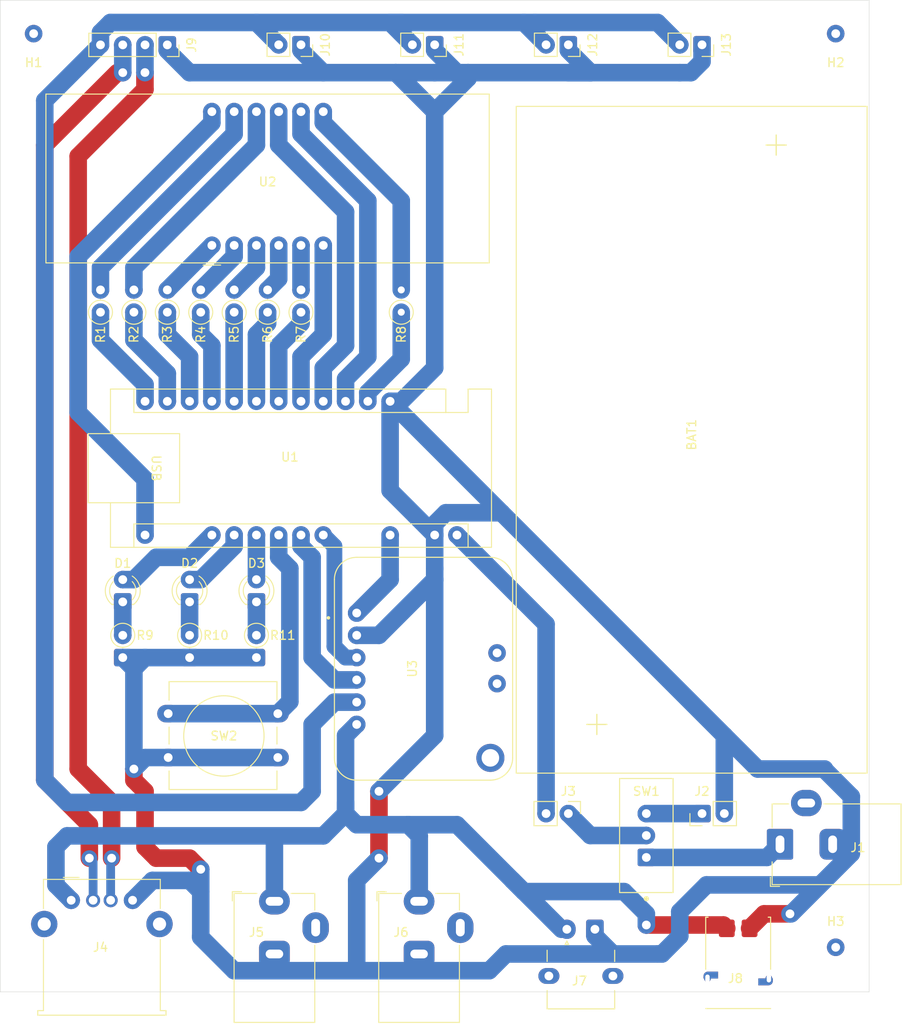
<source format=kicad_pcb>
(kicad_pcb (version 20241229) (generator "pcbnew") (generator_version "9.0")
  (layers (0 "F.Cu" signal) (2 "B.Cu" signal) (13 "F.Paste" user) (15 "B.Paste" user) (5 "F.SilkS" user "F.Silkscreen") (7 "B.SilkS" user "B.Silkscreen") (1 "F.Mask" user) (3 "B.Mask" user) (25 "Edge.Cuts" user))
  (net 0 "")
  (net 1 "I2C_SCL")
  (net 2 "PWR")
  (net 3 "DIG3")
  (net 4 "DIG4")
  (net 5 "Net-(D1-A)")
  (net 6 "I2C_SDA")
  (net 7 "GND")
  (net 8 "Net-(D2-A)")
  (net 9 "DIG1")
  (net 10 "Net-(D3-A)")
  (net 11 "Net-(U1-A3)")
  (net 12 "DIG2")
  (net 13 "5V")
  (net 14 "Net-(BAT1-+)")
  (net 15 "VIN+")
  (net 16 "VIN-")
  (net 17 "DATA1+")
  (net 18 "DATA1-")
  (net 19 "SEG_A")
  (net 20 "SEG_F")
  (net 21 "SEG_B")
  (net 22 "SEG_G")
  (net 23 "SEG_C")
  (net 24 "SEG_P")
  (net 25 "SEG_D")
  (net 26 "SEG_E")
  (net 27 "Net-(U2-a)")
  (net 28 "Net-(U2-b)")
  (net 29 "Net-(U2-c)")
  (net 30 "Net-(U2-d)")
  (net 31 "Net-(U2-e)")
  (net 32 "Net-(U2-f)")
  (net 33 "Net-(U2-g)")
  (net 34 "Net-(U2-DPX)")
  (net 37 "Net-(D1-K)")
  (net 38 "Net-(D2-K)")
  (net 39 "Net-(D3-K)")
  (net 40 "Net-(J1-Pad1)")
  (net 41 "Net-(J3-Pin_1)")
  (footprint "Custom:USB_B_Mini_OTG_THT_Molex_548190519" (layer "F.Cu") (at 161.12 139.192)
    (property "Reference" "J7" (at 1.44 5.61 0) (layer "F.SilkS"))
    (property "Value" "USB_B_Mini" (hide yes))
    (pad "1" thru_hole oval (at 0 -0.275) (size 2 2.2) (drill 1) (layers "*.Cu" "*.Mask") (net 15 "VIN+"))
    (pad "5" thru_hole roundrect (at 3.2 -0.275) (size 2 2.2) (drill 1) (layers "*.Cu" "*.Mask") (roundrect_rratio 0.1388888889) (net 7 "GND"))
    (pad "S1" thru_hole oval (at -2.05 5.05) (size 2.4 1.8) (drill 1) (layers "*.Cu" "*.Mask"))
    (pad "S2" thru_hole oval (at 5.25 5.05) (size 2.4 1.8) (drill 1) (layers "*.Cu" "*.Mask"))
  )
  (footprint "Connector_PinSocket_2.54mm:PinSocket_1x02_P2.54mm_Vertical" (layer "F.Cu") (at 176.53 38.1 -90)
    (property "Reference" "J13" (at 0 -2.77 90) (layer "F.SilkS"))
    (property "Value" "01x02" (hide yes))
    (pad "1" thru_hole roundrect (at 0 0 270) (size 2 2) (drill 1) (layers "*.Cu" "*.Mask") (roundrect_rratio 0.1388888889) (net 7 "GND"))
    (pad "2" thru_hole circle (at 0 2.54 270) (size 2 2) (drill 1) (layers "*.Cu" "*.Mask") (net 16 "VIN-"))
  )
  (footprint "Resistor_THT:R_Axial_DIN0207_L6.3mm_D2.5mm_P2.54mm_Vertical" (layer "F.Cu") (at 110.49 105.41 -90)
    (property "Reference" "R9" (at 0 -2.54 180) (layer "F.SilkS"))
    (property "Value" "R470" (hide yes))
    (pad "1" thru_hole circle (at 0 0 270) (size 2 2) (drill 1) (layers "*.Cu" "*.Mask") (net 37 "Net-(D1-K)"))
    (pad "2" thru_hole roundrect (at 2.54 0 270) (size 2 2) (drill 1) (layers "*.Cu" "*.Mask") (roundrect_rratio 0.1388888889) (net 7 "GND"))
  )
  (footprint "Resistor_THT:R_Axial_DIN0207_L6.3mm_D2.5mm_P2.54mm_Vertical" (layer "F.Cu") (at 125.73 105.41 -90)
    (property "Reference" "R11" (at 0 -3 180) (layer "F.SilkS"))
    (property "Value" "R470" (hide yes))
    (pad "1" thru_hole circle (at 0 0 270) (size 2 2) (drill 1) (layers "*.Cu" "*.Mask") (net 39 "Net-(D3-K)"))
    (pad "2" thru_hole roundrect (at 2.54 0 270) (size 2 2) (drill 1) (layers "*.Cu" "*.Mask") (roundrect_rratio 0.15625) (net 7 "GND"))
  )
  (footprint "Custom:BatteryHolder_18650_X2" (layer "F.Cu") (at 175.35 118.11 90)
    (property "Reference" "BAT1" (at 35.56 0 90) (layer "F.SilkS"))
    (property "Value" "BAT_18650")
    (fp_text user "+" (at 68.58 9.398 90) (layer "F.SilkS") (effects (font (size 3 3))))
    (fp_text user "+" (at 2.54 -11.049 90) (layer "F.SilkS") (effects (font (size 3 3))))
    (pad "" np_thru_hole circle (at 10.16 0 90) (size 3.2 3.2) (drill 3.2) (layers "*.Cu" "*.Mask"))
    (pad "" np_thru_hole circle (at 59.69 0 90) (size 3.2 3.2) (drill 3.2) (layers "*.Cu" "*.Mask"))
  )
  (footprint "Connector_PinSocket_2.54mm:PinSocket_1x04_P2.54mm_Vertical" (layer "F.Cu") (at 115.57 38.11 -90)
    (property "Reference" "J9" (at 0 -2.77 90) (layer "F.SilkS"))
    (property "Value" "01x04" (hide yes))
    (pad "1" thru_hole roundrect (at 0 0 270) (size 2 2) (drill 1) (layers "*.Cu" "*.Mask") (roundrect_rratio 0.1388888889) (net 7 "GND"))
    (pad "2" thru_hole circle (at 0 2.54 270) (size 2 2) (drill 1) (layers "*.Cu" "*.Mask") (net 17 "DATA1+"))
    (pad "3" thru_hole circle (at 0 5.08 270) (size 2 2) (drill 1) (layers "*.Cu" "*.Mask") (net 18 "DATA1-"))
    (pad "4" thru_hole circle (at 0 7.62 270) (size 2 2) (drill 1) (layers "*.Cu" "*.Mask") (net 16 "VIN-"))
  )
  (footprint "MountingHole:MountingHole_2mm" (layer "F.Cu") (at 191.77 140.97)
    (property "Reference" "H3" (at 0 -2.95 0) (layer "F.SilkS"))
    (property "Value" "MountingHole" (hide yes))
    (pad "" np_thru_hole circle (at 0 0) (size 2 2) (drill 1) (layers "*.Cu" "*.Mask"))
  )
  (footprint "Resistor_THT:R_Axial_DIN0207_L6.3mm_D2.5mm_P2.54mm_Vertical" (layer "F.Cu") (at 119.38 68.58 90)
    (property "Reference" "R4" (at -2.54 0 90) (layer "F.SilkS"))
    (property "Value" "R470" (hide yes))
    (pad "1" thru_hole circle (at 0 0 90) (size 2 2) (drill 1) (layers "*.Cu" "*.Mask") (net 25 "SEG_D"))
    (pad "2" thru_hole circle (at 2.54 0 90) (size 2 2) (drill 1) (layers "*.Cu" "*.Mask") (net 30 "Net-(U2-d)"))
  )
  (footprint "Button_Switch_THT:SW_PUSH-12mm_Wuerth-430476085716" (layer "F.Cu") (at 115.67 114.34)
    (property "Reference" "SW2" (at 6.35 2.54 0) (layer "F.SilkS"))
    (property "Value" "SW_Push" (hide yes))
    (pad "1" thru_hole oval (at 0 0) (size 2.5 2) (drill 1) (layers "*.Cu" "*.Mask") (net 11 "Net-(U1-A3)"))
    (pad "1" thru_hole oval (at 12.5 0) (size 2.5 2) (drill 1) (layers "*.Cu" "*.Mask") (net 11 "Net-(U1-A3)"))
    (pad "2" thru_hole oval (at 0 5) (size 2.5 2) (drill 1) (layers "*.Cu" "*.Mask") (net 7 "GND"))
    (pad "2" thru_hole oval (at 12.5 5) (size 2.5 2) (drill 1) (layers "*.Cu" "*.Mask") (net 7 "GND"))
  )
  (footprint "Custom:Switch_Slide_SPDT_Straight_TE_1825159_1" (layer "F.Cu") (at 170.18 128.23 90)
    (property "Reference" "SW1" (at 5.04 0 0) (layer "F.SilkS") (effects (font (size 1.000685 1.000685))))
    (property "Value" "SW_Slide" (hide yes))
    (pad "1" thru_hole roundrect (at -2.5 0 90) (size 2 2) (drill 1) (layers "*.Cu" "*.Mask") (roundrect_rratio 0.125) (net 40 "Net-(J1-Pad1)"))
    (pad "2" thru_hole circle (at 0 0 90) (size 2 2) (drill 1) (layers "*.Cu" "*.Mask") (net 41 "Net-(J3-Pin_1)"))
    (pad "3" thru_hole circle (at 2.5 0 90) (size 2 2) (drill 1) (layers "*.Cu" "*.Mask") (net 14 "Net-(BAT1-+)"))
  )
  (footprint "Custom:Arduino_Nano_v3" (layer "F.Cu") (at 148.59 78.74 -90)
    (property "Reference" "U1" (at 6.35 19.05 180) (layer "F.SilkS"))
    (property "Value" "Arduino_Nano_v3.x")
    (fp_text user "USB" (at 7.62 34.29 270) (layer "F.SilkS"))
    (pad "4" thru_hole circle (at 0 7.62 270) (size 2 2) (drill 1) (layers "*.Cu" "*.Mask") (net 7 "GND"))
    (pad "5" thru_hole circle (at 0 10.16 270) (size 2 2) (drill 1) (layers "*.Cu" "*.Mask") (net 20 "SEG_F"))
    (pad "6" thru_hole circle (at 0 12.7 270) (size 2 2) (drill 1) (layers "*.Cu" "*.Mask") (net 3 "DIG3"))
    (pad "7" thru_hole circle (at 0 15.24 270) (size 2 2) (drill 1) (layers "*.Cu" "*.Mask") (net 12 "DIG2"))
    (pad "8" thru_hole circle (at 0 17.78 270) (size 1.8 1.8) (drill 1) (layers "*.Cu" "*.Mask") (net 4 "DIG4"))
    (pad "9" thru_hole circle (at 0 20.32 270) (size 2 2) (drill 1) (layers "*.Cu" "*.Mask") (net 22 "SEG_G"))
    (pad "10" thru_hole circle (at 0 22.86 270) (size 1.8 1.8) (drill 1) (layers "*.Cu" "*.Mask") (net 23 "SEG_C"))
    (pad "11" thru_hole circle (at 0 25.4 270) (size 2 2) (drill 1) (layers "*.Cu" "*.Mask") (net 24 "SEG_P"))
    (pad "12" thru_hole circle (at 0 27.94 270) (size 2 2) (drill 1) (layers "*.Cu" "*.Mask") (net 25 "SEG_D"))
    (pad "13" thru_hole circle (at 0 30.48 270) (size 2 2) (drill 1) (layers "*.Cu" "*.Mask") (net 26 "SEG_E"))
    (pad "14" thru_hole circle (at 0 33.02 270) (size 2 2) (drill 1) (layers "*.Cu" "*.Mask") (net 21 "SEG_B"))
    (pad "15" thru_hole circle (at 0 35.56 270) (size 2 2) (drill 1) (layers "*.Cu" "*.Mask") (net 19 "SEG_A"))
    (pad "16" thru_hole circle (at 15.24 35.56 270) (size 2 2) (drill 1) (layers "*.Cu" "*.Mask") (net 9 "DIG1"))
    (pad "19" thru_hole circle (at 15.24 27.94 270) (size 2 2) (drill 1) (layers "*.Cu" "*.Mask") (net 5 "Net-(D1-A)"))
    (pad "20" thru_hole circle (at 15.24 25.4 270) (size 2 2) (drill 1) (layers "*.Cu" "*.Mask") (net 8 "Net-(D2-A)"))
    (pad "21" thru_hole circle (at 15.24 22.86 270) (size 2 2) (drill 1) (layers "*.Cu" "*.Mask") (net 10 "Net-(D3-A)"))
    (pad "22" thru_hole circle (at 15.24 20.32 270) (size 1.8 1.8) (drill 1) (layers "*.Cu" "*.Mask") (net 11 "Net-(U1-A3)"))
    (pad "23" thru_hole circle (at 15.24 17.78 270) (size 2 2) (drill 1) (layers "*.Cu" "*.Mask") (net 6 "I2C_SDA"))
    (pad "24" thru_hole circle (at 15.24 15.24 270) (size 2 2) (drill 1) (layers "*.Cu" "*.Mask") (net 1 "I2C_SCL"))
    (pad "27" thru_hole circle (at 15.24 7.62 270) (size 2 2) (drill 1) (layers "*.Cu" "*.Mask") (net 13 "5V"))
    (pad "29" thru_hole circle (at 15.24 2.54 270) (size 2 2) (drill 1) (layers "*.Cu" "*.Mask") (net 7 "GND"))
    (pad "30" thru_hole circle (at 15.24 0 270) (size 2 2) (drill 1) (layers "*.Cu" "*.Mask") (net 2 "PWR"))
  )
  (footprint "LED_THT:LED_D3.0mm" (layer "F.Cu") (at 125.73 101.6 90)
    (property "Reference" "D3" (at 4.4 0 0) (layer "F.SilkS"))
    (property "Value" "LED" (hide yes))
    (pad "1" thru_hole roundrect (at 0 0 90) (size 2 2) (drill 1) (layers "*.Cu" "*.Mask") (roundrect_rratio 0.1388888889) (net 39 "Net-(D3-K)"))
    (pad "2" thru_hole circle (at 2.54 0 90) (size 2 2) (drill 1) (layers "*.Cu" "*.Mask") (net 10 "Net-(D3-A)"))
  )
  (footprint "Resistor_THT:R_Axial_DIN0207_L6.3mm_D2.5mm_P2.54mm_Vertical" (layer "F.Cu") (at 111.76 68.58 90)
    (property "Reference" "R2" (at -2.54 0 90) (layer "F.SilkS"))
    (property "Value" "R470" (hide yes))
    (pad "1" thru_hole circle (at 0 0 90) (size 2 2) (drill 1) (layers "*.Cu" "*.Mask") (net 21 "SEG_B"))
    (pad "2" thru_hole circle (at 2.54 0 90) (size 2 2) (drill 1) (layers "*.Cu" "*.Mask") (net 32 "Net-(U2-f)"))
  )
  (footprint "Connector_PinSocket_2.54mm:PinSocket_1x02_P2.54mm_Vertical" (layer "F.Cu") (at 146.05 38.1 -90)
    (property "Reference" "J11" (at 0 -2.77 90) (layer "F.SilkS"))
    (property "Value" "01x02" (hide yes))
    (pad "1" thru_hole roundrect (at 0 0 270) (size 2 2) (drill 1) (layers "*.Cu" "*.Mask") (roundrect_rratio 0.1388888889) (net 7 "GND"))
    (pad "2" thru_hole circle (at 0 2.54 270) (size 2 2) (drill 1) (layers "*.Cu" "*.Mask") (net 16 "VIN-"))
  )
  (footprint "Custom:USB_B_Micro_THT_Amphenol_101181940011LF" (layer "F.Cu") (at 180.65 144.526)
    (property "Reference" "J8" (at -0.31 0 0) (layer "F.SilkS"))
    (property "Value" "USB_B_Micro" (hide yes))
    (pad "1" smd roundrect (at -1.3 -5.715) (size 1.8 2) (layers "F.Cu" "F.Mask" "F.Paste") (roundrect_rratio 0.1388888889) (net 15 "VIN+"))
    (pad "5" smd roundrect (at 1.3 -5.715) (size 1.8 2) (layers "F.Cu" "F.Mask" "F.Paste") (roundrect_rratio 0.1388888889) (net 7 "GND"))
    (pad "S2" thru_hole custom (at -3.5 0) (size 0.775 0.9) (drill oval 0.5 1.15) (layers "*.Cu") (options (clearance outline) (anchor circle)) (primitives (gr_poly (pts (xy -0.25 0) (xy -0.445 0) (xy -0.445 -0.275) (xy -0.444 -0.301) (xy -0.442 -0.327) (xy -0.439 -0.353) (xy -0.434 -0.379) (xy -0.428 -0.404) (xy -0.421 -0.43) (xy -0.412 -0.454) (xy -0.402 -0.478) (xy -0.391 -0.502) (xy -0.378 -0.525) (xy -0.364 -0.547) (xy -0.35 -0.569) (xy -0.334 -0.59) (xy -0.317 -0.61) (xy -0.299 -0.629) (xy -0.28 -0.647) (xy -0.26 -0.664) (xy -0.239 -0.68) (xy -0.217 -0.694) (xy -0.195 -0.708) (xy -0.172 -0.721) (xy -0.148 -0.732) (xy -0.124 -0.742) (xy -0.1 -0.751) (xy -0.074 -0.758) (xy -0.049 -0.764) (xy -0.023 -0.769) (xy 0.003 -0.772) (xy 0.029 -0.774) (xy 0.055 -0.775) (xy 1.2 -0.775) (xy 1.2 0) (xy 0.25 0) (xy 0.25 -0.013) (xy 0.249 -0.026) (xy 0.247 -0.039) (xy 0.245 -0.052) (xy 0.241 -0.065) (xy 0.238 -0.077) (xy 0.233 -0.09) (xy 0.228 -0.102) (xy 0.223 -0.113) (xy 0.217 -0.125) (xy 0.21 -0.136) (xy 0.202 -0.147) (xy 0.194 -0.157) (xy 0.186 -0.167) (xy 0.177 -0.177) (xy 0.167 -0.186) (xy 0.157 -0.194) (xy 0.147 -0.202) (xy 0.136 -0.21) (xy 0.125 -0.217) (xy 0.113 -0.223) (xy 0.102 -0.228) (xy 0.09 -0.233) (xy 0.077 -0.238) (xy 0.065 -0.241) (xy 0.052 -0.245) (xy 0.039 -0.247) (xy 0.026 -0.249) (xy 0.013 -0.25) (xy 0 -0.25) (xy -0.013 -0.25) (xy -0.026 -0.249) (xy -0.039 -0.247) (xy -0.052 -0.245) (xy -0.065 -0.241) (xy -0.077 -0.238) (xy -0.09 -0.233) (xy -0.102 -0.228) (xy -0.113 -0.223) (xy -0.125 -0.217) (xy -0.136 -0.21) (xy -0.147 -0.202) (xy -0.157 -0.194) (xy -0.167 -0.186) (xy -0.177 -0.177) (xy -0.186 -0.167) (xy -0.194 -0.157) (xy -0.202 -0.147) (xy -0.21 -0.136) (xy -0.217 -0.125) (xy -0.223 -0.113) (xy -0.228 -0.102) (xy -0.233 -0.09) (xy -0.238 -0.077) (xy -0.241 -0.065) (xy -0.245 -0.052) (xy -0.247 -0.039) (xy -0.249 -0.026) (xy -0.25 -0.013) (xy -0.25 0)) (width 0.01) (fill yes))))
    (pad "S5" thru_hole custom (at 3.5 0) (size 0.775 0.9) (drill oval 0.5 1.15) (layers "*.Cu") (options (clearance outline) (anchor circle)) (primitives (gr_poly (pts (xy 0.25 0) (xy 0.445 0) (xy 0.445 0.275) (xy 0.444 0.301) (xy 0.442 0.327) (xy 0.439 0.353) (xy 0.434 0.379) (xy 0.428 0.404) (xy 0.421 0.43) (xy 0.412 0.454) (xy 0.402 0.478) (xy 0.391 0.502) (xy 0.378 0.525) (xy 0.364 0.547) (xy 0.35 0.569) (xy 0.334 0.59) (xy 0.317 0.61) (xy 0.299 0.629) (xy 0.28 0.647) (xy 0.26 0.664) (xy 0.239 0.68) (xy 0.217 0.694) (xy 0.195 0.708) (xy 0.172 0.721) (xy 0.148 0.732) (xy 0.124 0.742) (xy 0.1 0.751) (xy 0.074 0.758) (xy 0.049 0.764) (xy 0.023 0.769) (xy -0.003 0.772) (xy -0.029 0.774) (xy -0.055 0.775) (xy -1.2 0.775) (xy -1.2 0) (xy -0.25 0) (xy -0.25 0.013) (xy -0.249 0.026) (xy -0.247 0.039) (xy -0.245 0.052) (xy -0.241 0.065) (xy -0.238 0.077) (xy -0.233 0.09) (xy -0.228 0.102) (xy -0.223 0.113) (xy -0.217 0.125) (xy -0.21 0.136) (xy -0.202 0.147) (xy -0.194 0.157) (xy -0.186 0.167) (xy -0.177 0.177) (xy -0.167 0.186) (xy -0.157 0.194) (xy -0.147 0.202) (xy -0.136 0.21) (xy -0.125 0.217) (xy -0.113 0.223) (xy -0.102 0.228) (xy -0.09 0.233) (xy -0.077 0.238) (xy -0.065 0.241) (xy -0.052 0.245) (xy -0.039 0.247) (xy -0.026 0.249) (xy -0.013 0.25) (xy 0 0.25) (xy 0.013 0.25) (xy 0.026 0.249) (xy 0.039 0.247) (xy 0.052 0.245) (xy 0.065 0.241) (xy 0.077 0.238) (xy 0.09 0.233) (xy 0.102 0.228) (xy 0.113 0.223) (xy 0.125 0.217) (xy 0.136 0.21) (xy 0.147 0.202) (xy 0.157 0.194) (xy 0.167 0.186) (xy 0.177 0.177) (xy 0.186 0.167) (xy 0.194 0.157) (xy 0.202 0.147) (xy 0.21 0.136) (xy 0.217 0.125) (xy 0.223 0.113) (xy 0.228 0.102) (xy 0.233 0.09) (xy 0.238 0.077) (xy 0.241 0.065) (xy 0.245 0.052) (xy 0.247 0.039) (xy 0.249 0.026) (xy 0.25 0.013) (xy 0.25 0)) (width 0.01) (fill yes))))
  )
  (footprint "Resistor_THT:R_Axial_DIN0207_L6.3mm_D2.5mm_P2.54mm_Vertical" (layer "F.Cu") (at 118.11 105.41 -90)
    (property "Reference" "R10" (at 0 -3 180) (layer "F.SilkS"))
    (property "Value" "R470" (hide yes))
    (pad "1" thru_hole circle (at 0 0 270) (size 2 2) (drill 1) (layers "*.Cu" "*.Mask") (net 38 "Net-(D2-K)"))
    (pad "2" thru_hole roundrect (at 2.54 0 270) (size 2 2) (drill 1) (layers "*.Cu" "*.Mask") (roundrect_rratio 0.15625) (net 7 "GND"))
  )
  (footprint "Custom:INA219_Module_Generic" (layer "F.Cu") (at 144.78 109.22 -90)
    (property "Reference" "U3" (at 0 1.27 90) (layer "F.SilkS"))
    (property "Value" "INA219_Module")
    (pad "1" thru_hole circle (at -6.35 7.62 270) (size 2 2) (drill 1) (layers "*.Cu" "*.Mask") (net 13 "5V"))
    (pad "2" thru_hole circle (at -3.81 7.62 270) (size 2 2) (drill 1) (layers "*.Cu" "*.Mask") (net 7 "GND"))
    (pad "3" thru_hole circle (at -1.27 7.62 270) (size 2 2) (drill 1) (layers "*.Cu" "*.Mask") (net 1 "I2C_SCL"))
    (pad "4" thru_hole circle (at 1.27 7.62 270) (size 2 2) (drill 1) (layers "*.Cu" "*.Mask") (net 6 "I2C_SDA"))
    (pad "5" thru_hole circle (at 3.81 7.62 270) (size 2 2) (drill 1) (layers "*.Cu" "*.Mask") (net 16 "VIN-"))
    (pad "6" thru_hole circle (at 6.35 7.62 270) (size 2 2) (drill 1) (layers "*.Cu" "*.Mask") (net 15 "VIN+"))
    (pad "7" thru_hole circle (at -1.8 -8.382 270) (size 2 2) (drill 1) (layers "*.Cu" "*.Mask"))
    (pad "8" thru_hole circle (at 1.7 -8.382 270) (size 2 2) (drill 1) (layers "*.Cu" "*.Mask"))
    (pad "SH2" thru_hole circle (at 10.16 -7.62 270) (size 3.2 3.2) (drill 2) (layers "*.Cu" "*.Mask"))
  )
  (footprint "Resistor_THT:R_Axial_DIN0207_L6.3mm_D2.5mm_P2.54mm_Vertical" (layer "F.Cu") (at 142.24 68.58 90)
    (property "Reference" "R8" (at -2.54 0 90) (layer "F.SilkS"))
    (property "Value" "R470" (hide yes))
    (pad "1" thru_hole circle (at 0 0 90) (size 1.6 1.6) (drill 0.8) (layers "*.Cu" "*.Mask") (net 20 "SEG_F"))
    (pad "2" thru_hole circle (at 2.54 0 90) (size 1.6 1.6) (drill 0.8) (layers "*.Cu" "*.Mask") (net 28 "Net-(U2-b)"))
  )
  (footprint "Connector_BarrelJack:BarrelJack_Horizontal" (layer "F.Cu") (at 144.272 135.732 90)
    (property "Reference" "J6" (at -3.53 -2.0525 180) (layer "F.SilkS"))
    (property "Value" "Jack_DC" (hide yes))
    (pad "1" thru_hole oval (at 0 0 90) (size 3 3.5) (drill oval 1 2) (layers "*.Cu" "*.Mask") (net 15 "VIN+"))
    (pad "2" thru_hole roundrect (at -6 0 90) (size 3 3.5) (drill oval 1 2) (layers "*.Cu" "*.Mask") (net 7 "GND"))
    (pad "3" thru_hole oval (at -3 4.7 90) (size 3.5 3) (drill oval 2 1) (layers "*.Cu" "*.Mask"))
  )
  (footprint "Connector_PinHeader_2.54mm:PinHeader_1x02_P2.54mm_Vertical" (layer "F.Cu") (at 161.29 125.73 -90)
    (property "Reference" "J3" (at -2.54 0 0) (layer "F.SilkS"))
    (property "Value" "PWR_BTN")
    (pad "1" thru_hole circle (at 0 0 270) (size 2 2) (drill 1) (layers "*.Cu" "*.Mask") (net 41 "Net-(J3-Pin_1)"))
    (pad "2" thru_hole circle (at 0 2.54 270) (size 2 2) (drill 1) (layers "*.Cu" "*.Mask") (net 2 "PWR"))
  )
  (footprint "Connector_USB:USB_A_Molex_67643_Horizontal" (layer "F.Cu") (at 104.61 135.61)
    (property "Reference" "J4" (at 3.34 5.36 0) (layer "F.SilkS"))
    (property "Value" "USB_A" (hide yes))
    (pad "1" thru_hole circle (at 0 0) (size 2 2) (drill 1) (layers "*.Cu" "*.Mask") (net 15 "VIN+"))
    (pad "2" thru_hole circle (at 2.5 0) (size 1.6 1.6) (drill 1) (layers "*.Cu" "*.Mask") (net 18 "DATA1-"))
    (pad "3" thru_hole circle (at 4.5 0) (size 1.6 1.6) (drill 1) (layers "*.Cu" "*.Mask") (net 17 "DATA1+"))
    (pad "4" thru_hole circle (at 7 0) (size 2 2) (drill 1) (layers "*.Cu" "*.Mask") (net 7 "GND"))
    (pad "5" thru_hole circle (at -3.07 2.71) (size 3 3) (drill 1.5) (layers "*.Cu" "*.Mask"))
    (pad "5" thru_hole circle (at 10.07 2.71) (size 3 3) (drill 1.5) (layers "*.Cu" "*.Mask"))
  )
  (footprint "Resistor_THT:R_Axial_DIN0207_L6.3mm_D2.5mm_P2.54mm_Vertical" (layer "F.Cu") (at 123.19 68.58 90)
    (property "Reference" "R5" (at -2.54 0 90) (layer "F.SilkS"))
    (property "Value" "R470" (hide yes))
    (pad "1" thru_hole circle (at 0 0 90) (size 2 2) (drill 1) (layers "*.Cu" "*.Mask") (net 24 "SEG_P"))
    (pad "2" thru_hole circle (at 2.54 0 90) (size 2 2) (drill 1) (layers "*.Cu" "*.Mask") (net 34 "Net-(U2-DPX)"))
  )
  (footprint "MountingHole:MountingHole_2mm" (layer "F.Cu") (at 100.33 36.83)
    (property "Reference" "H1" (at 0 3.3 0) (layer "F.SilkS"))
    (property "Value" "MountingHole" (hide yes))
    (pad "" np_thru_hole circle (at 0 0) (size 2 2) (drill 1) (layers "*.Cu" "*.Mask"))
  )
  (footprint "Connector_BarrelJack:BarrelJack_Horizontal" (layer "F.Cu") (at 127.7825 135.732 90)
    (property "Reference" "J5" (at -3.53 -2.0525 180) (layer "F.SilkS"))
    (property "Value" "Jack_DC" (hide yes))
    (pad "1" thru_hole oval (at 0 0 90) (size 3 3.5) (drill oval 1 2) (layers "*.Cu" "*.Mask") (net 15 "VIN+"))
    (pad "2" thru_hole roundrect (at -6 0 90) (size 3 3.5) (drill oval 1 2) (layers "*.Cu" "*.Mask") (net 7 "GND"))
    (pad "3" thru_hole oval (at -3 4.7 90) (size 3.5 3) (drill oval 2 1) (layers "*.Cu" "*.Mask"))
  )
  (footprint "Resistor_THT:R_Axial_DIN0207_L6.3mm_D2.5mm_P2.54mm_Vertical" (layer "F.Cu") (at 130.81 68.58 90)
    (property "Reference" "R7" (at -2.54 0 90) (layer "F.SilkS"))
    (property "Value" "R470" (hide yes))
    (pad "1" thru_hole circle (at 0 0 90) (size 2 2) (drill 1) (layers "*.Cu" "*.Mask") (net 22 "SEG_G"))
    (pad "2" thru_hole circle (at 2.54 0 90) (size 2 2) (drill 1) (layers "*.Cu" "*.Mask") (net 33 "Net-(U2-g)"))
  )
  (footprint "Connector_PinSocket_2.54mm:PinSocket_1x02_P2.54mm_Vertical" (layer "F.Cu") (at 161.29 38.1 -90)
    (property "Reference" "J12" (at 0 -2.77 90) (layer "F.SilkS"))
    (property "Value" "01x02" (hide yes))
    (pad "1" thru_hole roundrect (at 0 0 270) (size 2 2) (drill 1) (layers "*.Cu" "*.Mask") (roundrect_rratio 0.1470588235) (net 7 "GND"))
    (pad "2" thru_hole circle (at 0 2.54 270) (size 2 2) (drill 1) (layers "*.Cu" "*.Mask") (net 16 "VIN-"))
  )
  (footprint "Connector_PinSocket_2.54mm:PinSocket_1x02_P2.54mm_Vertical" (layer "F.Cu") (at 130.81 38.1 -90)
    (property "Reference" "J10" (at 0 -2.77 90) (layer "F.SilkS"))
    (property "Value" "01x02" (hide yes))
    (pad "1" thru_hole roundrect (at 0 0 270) (size 2 2) (drill 1) (layers "*.Cu" "*.Mask") (roundrect_rratio 0.125) (net 7 "GND"))
    (pad "2" thru_hole circle (at 0 2.54 270) (size 2 2) (drill 1) (layers "*.Cu" "*.Mask") (net 16 "VIN-"))
  )
  (footprint "Connector_BarrelJack:BarrelJack_Horizontal" (layer "F.Cu") (at 185.42 129.2275 180)
    (property "Reference" "J1" (at -8.89 -0.38 0) (layer "F.SilkS"))
    (property "Value" "Jack_DC" (hide yes))
    (pad "1" thru_hole roundrect (at 0 0 180) (size 3 3.5) (drill oval 1 2) (layers "*.Cu" "*.Mask") (roundrect_rratio 0.08333333333) (net 40 "Net-(J1-Pad1)"))
    (pad "2" thru_hole roundrect (at -6 0 180) (size 3 3.5) (drill oval 1 2) (layers "*.Cu" "*.Mask") (net 7 "GND"))
    (pad "3" thru_hole oval (at -3 4.7 180) (size 3.5 3) (drill oval 2 1) (layers "*.Cu" "*.Mask"))
  )
  (footprint "Connector_PinHeader_2.54mm:PinHeader_1x02_P2.54mm_Vertical" (layer "F.Cu") (at 176.53 125.73 90)
    (property "Reference" "J2" (at 2.54 0 0) (layer "F.SilkS"))
    (property "Value" "BAT_IN")
    (pad "1" thru_hole roundrect (at 0 0 90) (size 2 2) (drill 1) (layers "*.Cu" "*.Mask") (roundrect_rratio 0.1388888889) (net 14 "Net-(BAT1-+)"))
    (pad "2" thru_hole circle (at 0 2.54 90) (size 2 2) (drill 1) (layers "*.Cu" "*.Mask") (net 7 "GND"))
  )
  (footprint "Resistor_THT:R_Axial_DIN0207_L6.3mm_D2.5mm_P2.54mm_Vertical" (layer "F.Cu") (at 115.57 68.58 90)
    (property "Reference" "R3" (at -2.54 0 90) (layer "F.SilkS"))
    (property "Value" "R470" (hide yes))
    (pad "1" thru_hole circle (at 0 0 90) (size 2 2) (drill 1) (layers "*.Cu" "*.Mask") (net 26 "SEG_E"))
    (pad "2" thru_hole circle (at 2.54 0 90) (size 2 2) (drill 1) (layers "*.Cu" "*.Mask") (net 31 "Net-(U2-e)"))
  )
  (footprint "LED_THT:LED_D3.0mm" (layer "F.Cu") (at 110.49 101.6 90)
    (property "Reference" "D1" (at 4.4 0 0) (layer "F.SilkS"))
    (property "Value" "LED" (hide yes))
    (pad "1" thru_hole roundrect (at 0 0 90) (size 2 2) (drill 1) (layers "*.Cu" "*.Mask") (roundrect_rratio 0.1388888889) (net 37 "Net-(D1-K)"))
    (pad "2" thru_hole circle (at 2.54 0 90) (size 2 2) (drill 1) (layers "*.Cu" "*.Mask") (net 5 "Net-(D1-A)"))
  )
  (footprint "LED_THT:LED_D3.0mm" (layer "F.Cu") (at 118.11 101.6 90)
    (property "Reference" "D2" (at 4.4 0 0) (layer "F.SilkS"))
    (property "Value" "LED" (hide yes))
    (pad "1" thru_hole roundrect (at 0 0 90) (size 2 2) (drill 1) (layers "*.Cu" "*.Mask") (roundrect_rratio 0.1388888889) (net 38 "Net-(D2-K)"))
    (pad "2" thru_hole circle (at 2.54 0 90) (size 2 2) (drill 1) (layers "*.Cu" "*.Mask") (net 8 "Net-(D2-A)"))
  )
  (footprint "MountingHole:MountingHole_2mm" (layer "F.Cu") (at 191.77 36.83)
    (property "Reference" "H2" (at 0 3.3 0) (layer "F.SilkS"))
    (property "Value" "MountingHole" (hide yes))
    (pad "" np_thru_hole circle (at 0 0) (size 2 2) (drill 1) (layers "*.Cu" "*.Mask"))
  )
  (footprint "Resistor_THT:R_Axial_DIN0207_L6.3mm_D2.5mm_P2.54mm_Vertical" (layer "F.Cu") (at 107.95 68.58 90)
    (property "Reference" "R1" (at -2.54 0 90) (layer "F.SilkS"))
    (property "Value" "R470" (hide yes))
    (pad "1" thru_hole circle (at 0 0 90) (size 2 2) (drill 1) (layers "*.Cu" "*.Mask") (net 19 "SEG_A"))
    (pad "2" thru_hole circle (at 2.54 0 90) (size 2 2) (drill 1) (layers "*.Cu" "*.Mask") (net 27 "Net-(U2-a)"))
  )
  (footprint "Resistor_THT:R_Axial_DIN0207_L6.3mm_D2.5mm_P2.54mm_Vertical" (layer "F.Cu") (at 127 68.58 90)
    (property "Reference" "R6" (at -2.54 0 90) (layer "F.SilkS"))
    (property "Value" "R470" (hide yes))
    (pad "1" thru_hole circle (at 0 0 90) (size 2 2) (drill 1) (layers "*.Cu" "*.Mask") (net 23 "SEG_C"))
    (pad "2" thru_hole circle (at 2.54 0 90) (size 2 2) (drill 1) (layers "*.Cu" "*.Mask") (net 29 "Net-(U2-c)"))
  )
  (footprint "Display_7Segment:CA56-12CGKWA" (layer "F.Cu") (at 120.65 60.96 90)
    (property "Reference" "U2" (at 7.24 6.35 180) (layer "F.SilkS"))
    (property "Value" "Display_5641BS")
    (pad "1" thru_hole circle (at 0 0 90) (size 2 2) (drill 1) (layers "*.Cu" "*.Mask") (net 31 "Net-(U2-e)"))
    (pad "2" thru_hole circle (at 0 2.54 90) (size 2 2) (drill 1) (layers "*.Cu" "*.Mask") (net 30 "Net-(U2-d)"))
    (pad "3" thru_hole circle (at 0 5.08 90) (size 2 2) (drill 1) (layers "*.Cu" "*.Mask") (net 34 "Net-(U2-DPX)"))
    (pad "4" thru_hole circle (at 0 7.62 90) (size 2 2) (drill 1) (layers "*.Cu" "*.Mask") (net 29 "Net-(U2-c)"))
    (pad "5" thru_hole circle (at 0 10.16 90) (size 2 2) (drill 1) (layers "*.Cu" "*.Mask") (net 33 "Net-(U2-g)"))
    (pad "6" thru_hole circle (at 0 12.7 90) (size 2 2) (drill 1) (layers "*.Cu" "*.Mask") (net 4 "DIG4"))
    (pad "7" thru_hole circle (at 15.24 12.7 90) (size 2 2) (drill 1) (layers "*.Cu" "*.Mask") (net 28 "Net-(U2-b)"))
    (pad "8" thru_hole circle (at 15.24 10.16 90) (size 2 2) (drill 1) (layers "*.Cu" "*.Mask") (net 3 "DIG3"))
    (pad "9" thru_hole circle (at 15.24 7.62 90) (size 2 2) (drill 1) (layers "*.Cu" "*.Mask") (net 12 "DIG2"))
    (pad "10" thru_hole circle (at 15.24 5.08 90) (size 2 2) (drill 1) (layers "*.Cu" "*.Mask") (net 32 "Net-(U2-f)"))
    (pad "11" thru_hole circle (at 15.24 2.54 90) (size 2 2) (drill 1) (layers "*.Cu" "*.Mask") (net 27 "Net-(U2-a)"))
    (pad "12" thru_hole circle (at 15.24 0 90) (size 2 2) (drill 1) (layers "*.Cu" "*.Mask") (net 9 "DIG1"))
  )
  (gr_line (start 96.52 146.05) (end 195.58 146.05) (stroke (width 0.05)) (layer "Edge.Cuts"))
  (gr_line (start 195.58 146.05) (end 195.58 33.02) (stroke (width 0.05)) (layer "Edge.Cuts"))
  (gr_line (start 96.52 33.02) (end 96.52 146.05) (stroke (width 0.05)) (layer "Edge.Cuts"))
  (gr_line (start 195.58 33.02) (end 96.52 33.02) (stroke (width 0.05)) (layer "Edge.Cuts"))
  (segment (start 134.62 95.25) (end 134.62 106.682792) (width 1.8) (layer "B.Cu") (net 1))
  (segment (start 133.35 93.98) (end 134.62 95.25) (width 1.8) (layer "B.Cu") (net 1))
  (segment (start 134.62 106.682792) (end 135.887208 107.95) (width 1.8) (layer "B.Cu") (net 1))
  (segment (start 135.887208 107.95) (end 137.16 107.95) (width 1.8) (layer "B.Cu") (net 1))
  (segment (start 158.75 104.14) (end 148.59 93.98) (width 2) (layer "B.Cu") (net 2))
  (segment (start 158.75 125.73) (end 158.75 104.14) (width 2) (layer "B.Cu") (net 2))
  (segment (start 135.89 78.74) (end 135.89 76.2) (width 2) (layer "B.Cu") (net 3))
  (segment (start 138.43 73.66) (end 138.43 55.88) (width 2) (layer "B.Cu") (net 3))
  (segment (start 130.81 48.26) (end 130.81 45.72) (width 2) (layer "B.Cu") (net 3))
  (segment (start 138.43 55.88) (end 130.81 48.26) (width 2) (layer "B.Cu") (net 3))
  (segment (start 135.89 76.2) (end 138.43 73.66) (width 2) (layer "B.Cu") (net 3))
  (segment (start 133.35 71.12) (end 130.81 73.66) (width 2) (layer "B.Cu") (net 4))
  (segment (start 133.35 60.96) (end 133.35 71.12) (width 2) (layer "B.Cu") (net 4))
  (segment (start 130.81 73.66) (end 130.81 78.74) (width 2) (layer "B.Cu") (net 4))
  (segment (start 111.76 99.06) (end 110.49 99.06) (width 2) (layer "B.Cu") (net 5))
  (segment (start 114.3 96.52) (end 111.76 99.06) (width 2) (layer "B.Cu") (net 5))
  (segment (start 120.65 93.98) (end 118.11 96.52) (width 2) (layer "B.Cu") (net 5))
  (segment (start 118.11 96.52) (end 114.3 96.52) (width 2) (layer "B.Cu") (net 5))
  (segment (start 134.62 110.49) (end 137.16 110.49) (width 2) (layer "B.Cu") (net 6))
  (segment (start 132.08 96.52) (end 132.08 107.95) (width 2) (layer "B.Cu") (net 6))
  (segment (start 130.81 95.25) (end 132.08 96.52) (width 2) (layer "B.Cu") (net 6))
  (segment (start 130.81 93.98) (end 130.81 95.25) (width 2) (layer "B.Cu") (net 6))
  (segment (start 132.08 107.95) (end 134.62 110.49) (width 2) (layer "B.Cu") (net 6))
  (segment (start 113.03 123.19) (end 113.03 129.54) (width 2) (layer "F.Cu") (net 7))
  (segment (start 114.3 130.81) (end 118.11 130.81) (width 2) (layer "F.Cu") (net 7))
  (segment (start 139.7 123.19) (end 139.7 130.81) (width 2) (layer "F.Cu") (net 7))
  (segment (start 111.76 121.92) (end 113.03 123.19) (width 2) (layer "F.Cu") (net 7))
  (segment (start 186.555 137.16) (end 183.601 137.16) (width 2) (layer "F.Cu") (net 7))
  (segment (start 118.11 130.81) (end 119.38 132.08) (width 2) (layer "F.Cu") (net 7))
  (segment (start 113.03 129.54) (end 114.3 130.81) (width 2) (layer "F.Cu") (net 7))
  (segment (start 183.601 137.16) (end 181.95 138.811) (width 2) (layer "F.Cu") (net 7))
  (segment (start 111.76 120.65) (end 111.76 121.92) (width 2) (layer "F.Cu") (net 7))
  (via (at 111.76 120.65) (size 2) (drill 1) (layers "F.Cu" "B.Cu") (net 7))
  (via (at 186.555 137.16) (size 2) (drill 1) (layers "F.Cu" "B.Cu") (net 7))
  (via (at 139.7 123.19) (size 2) (drill 1) (layers "F.Cu" "B.Cu") (net 7))
  (via (at 139.7 130.81) (size 2) (drill 1) (layers "F.Cu" "B.Cu") (net 7))
  (via (at 119.38 132.08) (size 2) (drill 1) (layers "F.Cu" "B.Cu") (net 7))
  (segment (start 146.05 41.275) (end 148.59 41.275) (width 2) (layer "B.Cu") (net 7))
  (segment (start 182.88 120.65) (end 190.5 120.65) (width 2) (layer "B.Cu") (net 7))
  (segment (start 111.76 109.22) (end 111.76 120.65) (width 2) (layer "B.Cu") (net 7))
  (segment (start 147.32 91.44) (end 153.67 91.44) (width 2) (layer "B.Cu") (net 7))
  (segment (start 115.67 119.34) (end 113.07 119.34) (width 2) (layer "B.Cu") (net 7))
  (segment (start 123.19 143.637) (end 137.16 143.637) (width 2) (layer "B.Cu") (net 7))
  (segment (start 147.32 91.44) (end 146.05 92.71) (width 2) (layer "B.Cu") (net 7))
  (segment (start 137.16 133.35) (end 139.7 130.81) (width 2) (layer "B.Cu") (net 7))
  (segment (start 139.7 123.19) (end 146.05 116.84) (width 2) (layer "B.Cu") (net 7))
  (segment (start 171.45 141.732) (end 171.958 141.732) (width 2) (layer "B.Cu") (net 7))
  (segment (start 113.07 119.34) (end 111.76 120.65) (width 2) (layer "B.Cu") (net 7))
  (segment (start 176.53 40.005) (end 175.26 41.275) (width 2) (layer "B.Cu") (net 7))
  (segment (start 149.86 41.91) (end 149.86 41.275) (width 2) (layer "B.Cu") (net 7))
  (segment (start 141.605 41.275) (end 146.05 41.275) (width 2) (layer "B.Cu") (net 7))
  (segment (start 118.1 41.275) (end 141.605 41.275) (width 2) (layer "B.Cu") (net 7))
  (segment (start 190.5 120.72725) (end 193.548 123.77525) (width 2) (layer "B.Cu") (net 7))
  (segment (start 146.05 97.79) (end 146.05 93.98) (width 2) (layer "B.Cu") (net 7))
  (segment (start 173.99 41.275) (end 175.26 41.275) (width 2) (layer "B.Cu") (net 7))
  (segment (start 190.5 120.65) (end 190.5 120.72725) (width 2) (layer "B.Cu") (net 7))
  (segment (start 189.642 133.858) (end 177.038 133.858) (width 2) (layer "B.Cu") (net 7))
  (segment (start 119.38 139.827) (end 123.19 143.637) (width 2) (layer "B.Cu") (net 7))
  (segment (start 137.16 143.637) (end 137.16 133.35) (width 2) (layer "B.Cu") (net 7))
  (segment (start 146.05 93.98) (end 140.97 88.9) (width 2) (layer "B.Cu") (net 7))
  (segment (start 153.67 91.44) (end 140.97 78.74) (width 2) (layer "B.Cu") (net 7))
  (segment (start 113.03 107.95) (end 110.49 107.95) (width 2) (layer "B.Cu") (net 7))
  (segment (start 186.555 137.16) (end 186.555 136.945) (width 1) (layer "B.Cu") (net 7))
  (segment (start 152.273 143.637) (end 154.178 141.732) (width 2) (layer "B.Cu") (net 7))
  (segment (start 173.99 139.7) (end 173.99 136.906) (width 2) (layer "B.Cu") (net 7))
  (segment (start 179.07 116.84) (end 153.67 91.44) (width 2) (layer "B.Cu") (net 7))
  (segment (start 186.555 137.16) (end 186.69 137.16) (width 1) (layer "B.Cu") (net 7))
  (segment (start 171.958 141.732) (end 173.99 139.7) (width 2) (layer "B.Cu") (net 7))
  (segment (start 146.05 45.72) (end 141.605 41.275) (width 2) (layer "B.Cu") (net 7))
  (segment (start 146.05 74.93) (end 142.24 78.74) (width 2) (layer "B.Cu") (net 7))
  (segment (start 118.11 133.35) (end 119.38 134.62) (width 2) (layer "B.Cu") (net 7))
  (segment (start 146.05 99.06) (end 146.05 97.79) (width 2) (layer "B.Cu") (net 7))
  (segment (start 164.32 138.917) (end 164.32 139.682) (width 2) (layer "B.Cu") (net 7))
  (segment (start 146.05 45.72) (end 146.05 74.93) (width 2) (layer "B.Cu") (net 7))
  (segment (start 115.67 119.34) (end 128.17 119.34) (width 2) (layer "B.Cu") (net 7))
  (segment (start 111.76 109.22) (end 113.03 107.95) (width 2) (layer "B.Cu") (net 7))
  (segment (start 146.05 38.735) (end 148.59 41.275) (width 2) (layer "B.Cu") (net 7))
  (segment (start 161.29 38.735) (end 163.83 41.275) (width 2) (layer "B.Cu") (net 7))
  (segment (start 179.07 125.73) (end 179.07 116.84) (width 2) (layer "B.Cu") (net 7))
  (segment (start 125.73 107.95) (end 113.03 107.95) (width 2) (layer "B.Cu") (net 7))
  (segment (start 177.038 133.858) (end 173.99 136.906) (width 2) (layer "B.Cu") (net 7))
  (segment (start 140.97 88.9) (end 140.97 78.74) (width 2) (layer "B.Cu") (net 7))
  (segment (start 119.38 139.7) (end 119.38 139.827) (width 2) (layer "B.Cu") (net 7))
  (segment (start 146.05 93.98) (end 146.05 92.71) (width 2) (layer "B.Cu") (net 7))
  (segment (start 149.86 41.275) (end 148.59 41.275) (width 2) (layer "B.Cu") (net 7))
  (segment (start 115.56 38.735) (end 118.1 41.275) (width 2) (layer "B.Cu") (net 7))
  (segment (start 146.05 116.84) (end 146.05 99.06) (width 2) (layer "B.Cu") (net 7))
  (segment (start 130.81 38.735) (end 133.35 41.275) (width 2) (layer "B.Cu") (net 7))
  (segment (start 119.38 132.08) (end 119.38 139.7) (width 2) (layer "B.Cu") (net 7))
  (segment (start 193.548 130.302) (end 186.69 137.16) (width 2) (layer "B.Cu") (net 7))
  (segment (start 163.83 41.275) (end 149.86 41.275) (width 2) (layer "B.Cu") (net 7))
  (segment (start 176.53 38.735) (end 176.53 40.005) (width 2) (layer "B.Cu") (net 7))
  (segment (start 179.07 116.84) (end 182.88 120.65) (width 2) (layer "B.Cu") (net 7))
  (segment (start 110.49 107.95) (end 111.76 109.22) (width 2) (layer "B.Cu") (net 7))
  (segment (start 137.16 143.637) (end 152.273 143.637) (width 2) (layer "B.Cu") (net 7))
  (segment (start 166.37 141.732) (end 171.45 141.732) (width 2) (layer "B.Cu") (net 7))
  (segment (start 154.178 141.732) (end 166.37 141.732) (width 2) (layer "B.Cu") (net 7))
  (segment (start 137.16 105.41) (end 139.7 105.41) (width 2) (layer "B.Cu") (net 7))
  (segment (start 193.548 123.77525) (end 193.548 130.302) (width 2) (layer "B.Cu") (net 7))
  (segment (start 111.61 135.61) (end 113.87 133.35) (width 2) (layer "B.Cu") (net 7))
  (segment (start 146.05 45.72) (end 149.86 41.91) (width 2) (layer "B.Cu") (net 7))
  (segment (start 113.87 133.35) (end 118.11 133.35) (width 2) (layer "B.Cu") (net 7))
  (segment (start 139.7 105.41) (end 146.05 99.06) (width 2) (layer "B.Cu") (net 7))
  (segment (start 164.32 139.682) (end 166.37 141.732) (width 2) (layer "B.Cu") (net 7))
  (segment (start 142.24 78.74) (end 140.97 78.74) (width 2) (layer "B.Cu") (net 7))
  (segment (start 161.29 41.275) (end 173.99 41.275) (width 2) (layer "B.Cu") (net 7))
  (segment (start 119.38 99.06) (end 118.11 99.06) (width 2) (layer "B.Cu") (net 8))
  (segment (start 123.19 93.98) (end 123.19 95.25) (width 2) (layer "B.Cu") (net 8))
  (segment (start 123.19 95.25) (end 119.38 99.06) (width 2) (layer "B.Cu") (net 8))
  (segment (start 113.03 87.63) (end 105.41 80.01) (width 2) (layer "B.Cu") (net 9))
  (segment (start 120.65 46.99) (end 120.65 45.72) (width 2) (layer "B.Cu") (net 9))
  (segment (start 105.41 80.01) (end 105.41 62.23) (width 2) (layer "B.Cu") (net 9))
  (segment (start 113.03 93.98) (end 113.03 87.63) (width 2) (layer "B.Cu") (net 9))
  (segment (start 105.41 62.23) (end 120.65 46.99) (width 2) (layer "B.Cu") (net 9))
  (segment (start 125.73 93.98) (end 125.73 99.06) (width 2) (layer "B.Cu") (net 10))
  (segment (start 128.27 93.98) (end 128.27 96.52) (width 2) (layer "B.Cu") (net 11))
  (segment (start 115.67 114.34) (end 128.17 114.34) (width 2) (layer "B.Cu") (net 11))
  (segment (start 129.54 97.79) (end 129.54 112.97) (width 2) (layer "B.Cu") (net 11))
  (segment (start 129.54 112.97) (end 128.17 114.34) (width 2) (layer "B.Cu") (net 11))
  (segment (start 128.27 96.52) (end 129.54 97.79) (width 2) (layer "B.Cu") (net 11))
  (segment (start 133.35 74.93) (end 135.89 72.39) (width 2) (layer "B.Cu") (net 12))
  (segment (start 128.27 49.53) (end 128.27 45.72) (width 2) (layer "B.Cu") (net 12))
  (segment (start 133.35 78.74) (end 133.35 74.93) (width 2) (layer "B.Cu") (net 12))
  (segment (start 135.89 57.15) (end 128.27 49.53) (width 2) (layer "B.Cu") (net 12))
  (segment (start 135.89 72.39) (end 135.89 57.15) (width 2) (layer "B.Cu") (net 12))
  (segment (start 140.97 99.06) (end 137.16 102.87) (width 2) (layer "B.Cu") (net 13))
  (segment (start 140.97 93.98) (end 140.97 99.06) (width 2) (layer "B.Cu") (net 13))
  (segment (start 170.18 125.73) (end 176.53 125.73) (width 2) (layer "B.Cu") (net 14))
  (segment (start 178.969 138.43) (end 179.35 138.811) (width 2) (layer "F.Cu") (net 15))
  (segment (start 170.18 138.43) (end 178.969 138.43) (width 2) (layer "F.Cu") (net 15))
  (via (at 170.18 138.43) (size 2) (drill 1) (layers "F.Cu" "B.Cu") (net 15))
  (segment (start 156.21 134.62) (end 154.94 133.35) (width 2) (layer "B.Cu") (net 15))
  (segment (start 135.89 125.73) (end 137.16 127) (width 2) (layer "B.Cu") (net 15))
  (segment (start 148.59 127) (end 143.0225 127) (width 2) (layer "B.Cu") (net 15))
  (segment (start 170.18 138.43) (end 170.18 137.16) (width 2) (layer "B.Cu") (net 15))
  (segment (start 143.0225 127) (end 144.2925 128.27) (width 2) (layer "B.Cu") (net 15))
  (segment (start 135.89 125.73) (end 135.89 124.46) (width 2) (layer "B.Cu") (net 15))
  (segment (start 104.61 135.61) (end 102.87 133.87) (width 2) (layer "B.Cu") (net 15))
  (segment (start 104.14 128.27) (end 133.35 128.27) (width 2) (layer "B.Cu") (net 15))
  (segment (start 161.12 138.917) (end 160.507 138.917) (width 1) (layer "B.Cu") (net 15))
  (segment (start 167.64 134.62) (end 156.21 134.62) (width 2) (layer "B.Cu") (net 15))
  (segment (start 135.89 116.84) (end 137.16 115.57) (width 2) (layer "B.Cu") (net 15))
  (segment (start 160.507 138.917) (end 154.94 133.35) (width 2) (layer "B.Cu") (net 15))
  (segment (start 143.0225 127) (end 137.16 127) (width 2) (layer "B.Cu") (net 15))
  (segment (start 133.35 128.27) (end 135.89 125.73) (width 2) (layer "B.Cu") (net 15))
  (segment (start 154.94 133.35) (end 148.59 127) (width 2) (layer "B.Cu") (net 15))
  (segment (start 127.7825 128.7575) (end 127.7825 135.41) (width 2) (layer "B.Cu") (net 15))
  (segment (start 102.87 133.87) (end 102.87 129.54) (width 2) (layer "B.Cu") (net 15))
  (segment (start 102.87 129.54) (end 104.14 128.27) (width 2) (layer "B.Cu") (net 15))
  (segment (start 144.2925 128.27) (end 144.2925 135.41) (width 2) (layer "B.Cu") (net 15))
  (segment (start 135.89 116.84) (end 135.89 125.73) (width 2) (layer "B.Cu") (net 15))
  (segment (start 170.18 137.16) (end 167.64 134.62) (width 2) (layer "B.Cu") (net 15))
  (segment (start 158.75 38.1) (end 156.21 35.56) (width 2) (layer "B.Cu") (net 16))
  (segment (start 107.95 36.695787) (end 107.95 38.11) (width 2) (layer "B.Cu") (net 16))
  (segment (start 156.21 35.56) (end 157.48 35.56) (width 2) (layer "B.Cu") (net 16))
  (segment (start 142.24 35.56) (end 156.21 35.56) (width 2) (layer "B.Cu") (net 16))
  (segment (start 130.81 124.46) (end 132.08 123.19) (width 2) (layer "B.Cu") (net 16))
  (segment (start 109.085787 35.56) (end 107.95 36.695787) (width 2) (layer "B.Cu") (net 16))
  (segment (start 107.95 38.11) (end 107.94 38.11) (width 2) (layer "B.Cu") (net 16))
  (segment (start 132.08 123.19) (end 132.08 115.57) (width 2) (layer "B.Cu") (net 16))
  (segment (start 173.99 38.1) (end 171.45 35.56) (width 2) (layer "B.Cu") (net 16))
  (segment (start 140.97 35.56) (end 142.24 35.56) (width 2) (layer "B.Cu") (net 16))
  (segment (start 101.6 121.92) (end 104.14 124.46) (width 2) (layer "B.Cu") (net 16))
  (segment (start 142.24 35.56) (end 125.73 35.56) (width 2) (layer "B.Cu") (net 16))
  (segment (start 101.6 44.45) (end 101.6 121.92) (width 2) (layer "B.Cu") (net 16))
  (segment (start 104.14 124.46) (end 130.81 124.46) (width 2) (layer "B.Cu") (net 16))
  (segment (start 132.08 115.57) (end 134.62 113.03) (width 2) (layer "B.Cu") (net 16))
  (segment (start 107.94 38.11) (end 101.6 44.45) (width 2) (layer "B.Cu") (net 16))
  (segment (start 171.45 35.56) (end 157.48 35.56) (width 2) (layer "B.Cu") (net 16))
  (segment (start 125.73 35.56) (end 109.085787 35.56) (width 2) (layer "B.Cu") (net 16))
  (segment (start 134.62 113.03) (end 137.16 113.03) (width 2) (layer "B.Cu") (net 16))
  (segment (start 143.51 38.1) (end 140.97 35.56) (width 2) (layer "B.Cu") (net 16))
  (segment (start 128.27 38.1) (end 125.73 35.56) (width 2) (layer "B.Cu") (net 16))
  (segment (start 105.41 50.8) (end 113.02 43.19) (width 2) (layer "F.Cu") (net 17))
  (segment (start 109.22 129.447) (end 109.22 124.46) (width 2) (layer "F.Cu") (net 17))
  (segment (start 109.22 124.46) (end 105.41 120.65) (width 2) (layer "F.Cu") (net 17))
  (segment (start 109.22 129.447) (end 109.22 130.81) (width 2) (layer "F.Cu") (net 17))
  (segment (start 113.02 43.19) (end 113.02 41.265) (width 2) (layer "F.Cu") (net 17))
  (segment (start 105.41 120.65) (end 105.41 50.8) (width 2) (layer "F.Cu") (net 17))
  (segment (start 109.313 129.54) (end 109.22 129.447) (width 1) (layer "F.Cu") (net 17))
  (via (at 109.22 130.81) (size 1.8) (drill 1) (layers "F.Cu" "B.Cu") (net 17))
  (via (at 113.02 41.265) (size 2) (drill 1) (layers "F.Cu" "B.Cu") (net 17))
  (segment (start 113.02 38.1) (end 113.02 41.265) (width 2) (layer "B.Cu") (net 17))
  (segment (start 113.02 41.265) (end 113.03 41.275) (width 1) (layer "B.Cu") (net 17))
  (segment (start 109.11 135.61) (end 109.11 130.92) (width 1) (layer "B.Cu") (net 17))
  (segment (start 109.11 130.92) (end 109.22 130.81) (width 1) (layer "B.Cu") (net 17))
  (segment (start 101.6 49.53) (end 101.6 121.92) (width 2) (layer "F.Cu") (net 18))
  (segment (start 106.68 127) (end 106.68 130.81) (width 2) (layer "F.Cu") (net 18))
  (segment (start 109.855 41.275) (end 101.6 49.53) (width 2) (layer "F.Cu") (net 18))
  (segment (start 101.6 121.92) (end 106.68 127) (width 2) (layer "F.Cu") (net 18))
  (segment (start 110.49 41.275) (end 109.855 41.275) (width 1) (layer "F.Cu") (net 18))
  (via (at 106.68 130.81) (size 1.8) (drill 1) (layers "F.Cu" "B.Cu") (net 18))
  (via (at 110.49 41.275) (size 2) (drill 1) (layers "F.Cu" "B.Cu") (net 18))
  (segment (start 110.49 41.275) (end 110.49 38.11) (width 2) (layer "B.Cu") (net 18))
  (segment (start 110.48 41.265) (end 110.49 41.275) (width 1) (layer "B.Cu") (net 18))
  (segment (start 107.11 131.24) (end 106.68 130.81) (width 1) (layer "B.Cu") (net 18))
  (segment (start 107.11 135.61) (end 107.11 131.24) (width 1) (layer "B.Cu") (net 18))
  (segment (start 110.49 38.11) (end 110.48 38.1) (width 1) (layer "B.Cu") (net 18))
  (segment (start 107.95 71.755) (end 107.95 68.58) (width 2) (layer "B.Cu") (net 19))
  (segment (start 113.03 76.835) (end 107.95 71.755) (width 2) (layer "B.Cu") (net 19))
  (segment (start 113.03 78.74) (end 113.03 76.835) (width 2) (layer "B.Cu") (net 19))
  (segment (start 138.43 77.725) (end 142.24 73.915) (width 2) (layer "B.Cu") (net 20))
  (segment (start 142.24 73.915) (end 142.24 68.58) (width 2) (layer "B.Cu") (net 20))
  (segment (start 138.43 78.74) (end 138.43 77.725) (width 2) (layer "B.Cu") (net 20))
  (segment (start 115.57 75.565) (end 111.76 71.755) (width 2) (layer "B.Cu") (net 21))
  (segment (start 115.57 78.74) (end 115.57 75.565) (width 2) (layer "B.Cu") (net 21))
  (segment (start 111.76 71.755) (end 111.76 68.58) (width 2) (layer "B.Cu") (net 21))
  (segment (start 128.27 72.39) (end 128.27 78.74) (width 2) (layer "B.Cu") (net 22))
  (segment (start 130.81 68.58) (end 130.81 69.85) (width 2) (layer "B.Cu") (net 22))
  (segment (start 130.81 69.85) (end 128.27 72.39) (width 2) (layer "B.Cu") (net 22))
  (segment (start 127 69.85) (end 127 68.58) (width 2) (layer "B.Cu") (net 23))
  (segment (start 125.73 71.12) (end 127 69.85) (width 2) (layer "B.Cu") (net 23))
  (segment (start 125.73 78.74) (end 125.73 71.12) (width 2) (layer "B.Cu") (net 23))
  (segment (start 123.19 78.74) (end 123.19 68.58) (width 2) (layer "B.Cu") (net 24))
  (segment (start 119.38 68.58) (end 119.38 71.12) (width 2) (layer "B.Cu") (net 25))
  (segment (start 119.38 71.12) (end 120.65 72.39) (width 2) (layer "B.Cu") (net 25))
  (segment (start 120.65 72.39) (end 120.65 78.74) (width 2) (layer "B.Cu") (net 25))
  (segment (start 118.11 78.74) (end 118.11 73.66) (width 2) (layer "B.Cu") (net 26))
  (segment (start 115.57 71.12) (end 115.57 68.58) (width 2) (layer "B.Cu") (net 26))
  (segment (start 118.11 73.66) (end 115.57 71.12) (width 2) (layer "B.Cu") (net 26))
  (segment (start 123.19 45.72) (end 123.19 48.26) (width 2) (layer "B.Cu") (net 27))
  (segment (start 123.19 48.26) (end 107.95 63.5) (width 2) (layer "B.Cu") (net 27))
  (segment (start 107.95 63.5) (end 107.95 66.04) (width 2) (layer "B.Cu") (net 27))
  (segment (start 133.35 46.99) (end 142.24 55.88) (width 2) (layer "B.Cu") (net 28))
  (segment (start 142.24 55.88) (end 142.24 66.04) (width 2) (layer "B.Cu") (net 28))
  (segment (start 133.35 45.72) (end 133.35 46.99) (width 2) (layer "B.Cu") (net 28))
  (segment (start 128.27 64.77) (end 127 66.04) (width 2) (layer "B.Cu") (net 29))
  (segment (start 128.27 60.96) (end 128.27 64.77) (width 2) (layer "B.Cu") (net 29))
  (segment (start 123.19 62.23) (end 119.38 66.04) (width 2) (layer "B.Cu") (net 30))
  (segment (start 123.19 60.96) (end 123.19 62.23) (width 2) (layer "B.Cu") (net 30))
  (segment (start 120.65 60.96) (end 115.57 66.04) (width 2) (layer "B.Cu") (net 31))
  (segment (start 125.73 45.72) (end 125.73 49.53) (width 2) (layer "B.Cu") (net 32))
  (segment (start 125.73 49.53) (end 111.76 63.5) (width 2) (layer "B.Cu") (net 32))
  (segment (start 111.76 63.5) (end 111.76 66.04) (width 2) (layer "B.Cu") (net 32))
  (segment (start 130.81 60.96) (end 130.81 66.04) (width 2) (layer "B.Cu") (net 33))
  (segment (start 125.73 60.96) (end 125.73 63.5) (width 2) (layer "B.Cu") (net 34))
  (segment (start 125.73 63.5) (end 123.19 66.04) (width 2) (layer "B.Cu") (net 34))
  (segment (start 110.49 101.6) (end 110.49 105.41) (width 2) (layer "B.Cu") (net 37))
  (segment (start 118.11 101.6) (end 118.11 105.41) (width 2) (layer "B.Cu") (net 38))
  (segment (start 125.73 101.6) (end 125.73 105.41) (width 2) (layer "B.Cu") (net 39))
  (segment (start 184.3775 130.27) (end 185.42 129.2275) (width 1) (layer "B.Cu") (net 40))
  (segment (start 170.18 130.73) (end 183.9175 130.73) (width 2) (layer "B.Cu") (net 40))
  (segment (start 183.9175 130.73) (end 185.42 129.2275) (width 2) (layer "B.Cu") (net 40))
  (segment (start 163.79 128.23) (end 161.29 125.73) (width 2) (layer "B.Cu") (net 41))
  (segment (start 170.18 128.23) (end 163.79 128.23) (width 2) (layer "B.Cu") (net 41))
)
</source>
